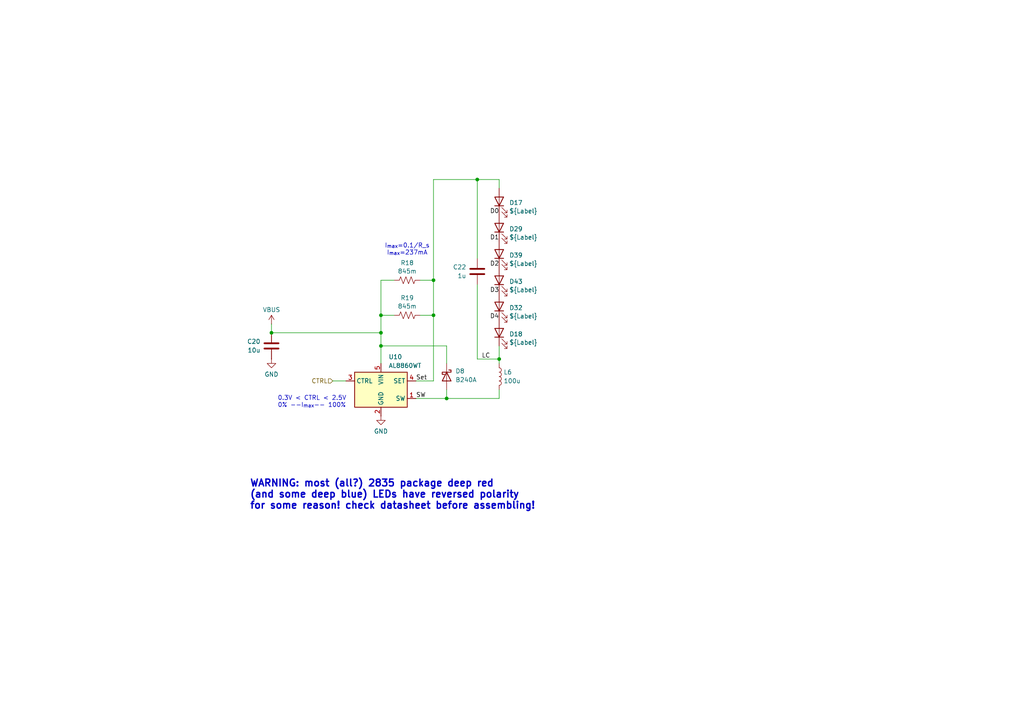
<source format=kicad_sch>
(kicad_sch (version 20250114) (generator "eeschema") (generator_version "9.0")
  (paper "A4")
  (lib_symbols
    (symbol "Device:C" (pin_numbers (hide yes)) (pin_names (offset 0.254))
      (property "Reference" "C" (at 0.635 2.54 0))
      (property "Value" "C" (at 0.635 -2.54 0))
      (symbol "C_0_1"
        (polyline (pts (xy -2.032 0.762) (xy 2.032 0.762)) (stroke (width 0.508)))
        (polyline (pts (xy -2.032 -0.762) (xy 2.032 -0.762)) (stroke (width 0.508)))
      )
      (symbol "C_1_1"
        (pin passive line (at 0 3.81 270) (length 2.794) (name "~") (number "1"))
        (pin passive line (at 0 -3.81 90) (length 2.794) (name "~") (number "2"))
      )
    )
    (symbol "Device:L" (pin_numbers (hide yes)) (pin_names (offset 1.016) (hide yes))
      (property "Reference" "L" (at -1.27 0 90))
      (property "Value" "L" (at 1.905 0 90))
      (symbol "L_0_1"
        (arc (start 0 2.54) (mid 0.6323 1.905) (end 0 1.27))
        (arc (start 0 1.27) (mid 0.6323 0.635) (end 0 0))
        (arc (start 0 0) (mid 0.6323 -0.635) (end 0 -1.27))
        (arc (start 0 -1.27) (mid 0.6323 -1.905) (end 0 -2.54))
      )
      (symbol "L_1_1"
        (pin passive line (at 0 3.81 270) (length 1.27) (name "1") (number "1"))
        (pin passive line (at 0 -3.81 90) (length 1.27) (name "2") (number "2"))
      )
    )
    (symbol "Device:LED" (pin_numbers (hide yes)) (pin_names (offset 1.016) (hide yes))
      (property "Reference" "D" (at 0 2.54 0))
      (property "Value" "LED" (at 0 -2.54 0))
      (symbol "LED_0_1"
        (polyline (pts (xy -3.048 -0.762) (xy -4.572 -2.286) (xy -3.81 -2.286) (xy -4.572 -2.286) (xy -4.572 -1.524)))
        (polyline (pts (xy -1.778 -0.762) (xy -3.302 -2.286) (xy -2.54 -2.286) (xy -3.302 -2.286) (xy -3.302 -1.524)))
        (polyline (pts (xy -1.27 0) (xy 1.27 0)))
        (polyline (pts (xy -1.27 -1.27) (xy -1.27 1.27)) (stroke (width 0.254)))
        (polyline (pts (xy 1.27 -1.27) (xy 1.27 1.27) (xy -1.27 0) (xy 1.27 -1.27)) (stroke (width 0.254)))
      )
      (symbol "LED_1_1"
        (pin passive line (at -3.81 0 0) (length 2.54) (name "K") (number "1"))
        (pin passive line (at 3.81 0 180) (length 2.54) (name "A") (number "2"))
      )
    )
    (symbol "Device:R_US" (pin_numbers (hide yes)) (pin_names (offset 0))
      (property "Reference" "R" (at 2.54 0 90))
      (property "Value" "R_US" (at -2.54 0 90))
      (symbol "R_US_0_1"
        (polyline (pts (xy 0 2.286) (xy 0 2.54)))
        (polyline (pts (xy 0 2.286) (xy 1.016 1.905) (xy 0 1.524) (xy -1.016 1.143) (xy 0 0.762)))
        (polyline (pts (xy 0 0.762) (xy 1.016 0.381) (xy 0 0) (xy -1.016 -0.381) (xy 0 -0.762)))
        (polyline (pts (xy 0 -0.762) (xy 1.016 -1.143) (xy 0 -1.524) (xy -1.016 -1.905) (xy 0 -2.286)))
        (polyline (pts (xy 0 -2.286) (xy 0 -2.54)))
      )
      (symbol "R_US_1_1"
        (pin passive line (at 0 3.81 270) (length 1.27) (name "~") (number "1"))
        (pin passive line (at 0 -3.81 90) (length 1.27) (name "~") (number "2"))
      )
    )
    (symbol "Diode:MBRA340" (pin_numbers (hide yes)) (pin_names (hide yes))
      (property "Reference" "D" (at 0 2.54 0))
      (property "Value" "MBRA340" (at 0 -2.54 0))
      (symbol "MBRA340_0_1"
        (polyline (pts (xy -1.905 0.635) (xy -1.905 1.27) (xy -1.27 1.27) (xy -1.27 -1.27) (xy -0.635 -1.27) (xy -0.635 -0.635)) (stroke (width 0.254)))
        (polyline (pts (xy 1.27 1.27) (xy 1.27 -1.27) (xy -1.27 0) (xy 1.27 1.27)) (stroke (width 0.254)))
        (polyline (pts (xy 1.27 0) (xy -1.27 0)))
      )
      (symbol "MBRA340_1_1"
        (pin passive line (at -3.81 0 0) (length 2.54) (name "K") (number "1"))
        (pin passive line (at 3.81 0 180) (length 2.54) (name "A") (number "2"))
      )
    )
    (symbol "Driver_LED:AL8860WT"
      (property "Reference" "U" (at -6.35 6.35 0))
      (property "Value" "AL8860WT" (at 7.62 6.35 0))
      (symbol "AL8860WT_0_1"
        (rectangle (start -7.62 5.08) (end 7.62 -5.08) (stroke (width 0.254)) (fill (type background)))
      )
      (symbol "AL8860WT_1_1"
        (pin input line (at -10.16 2.54 0) (length 2.54) (name "CTRL") (number "3"))
        (pin power_in line (at 0 7.62 270) (length 2.54) (name "VIN") (number "5"))
        (pin power_in line (at 0 -7.62 90) (length 2.54) (name "GND") (number "2"))
        (pin input line (at 10.16 2.54 180) (length 2.54) (name "SET") (number "4"))
        (pin open_collector line (at 10.16 -2.54 180) (length 2.54) (name "SW") (number "1"))
      )
    )
    (symbol "power:GND" (power) (pin_numbers (hide yes)) (pin_names (offset 0) (hide yes))
      (property "Value" "GND" (at 0 -3.81 0))
      (symbol "GND_0_1"
        (polyline (pts (xy 0 0) (xy 0 -1.27) (xy 1.27 -1.27) (xy 0 -2.54) (xy -1.27 -1.27) (xy 0 -1.27)))
      )
      (symbol "GND_1_1"
        (pin power_in line (at 0 0 270) (length 0) (name "~") (number "1"))
      )
    )
    (symbol "power:VBUS" (power) (pin_numbers (hide yes)) (pin_names (offset 0) (hide yes))
      (property "Value" "VBUS" (at 0 3.556 0))
      (symbol "VBUS_0_1"
        (polyline (pts (xy -0.762 1.27) (xy 0 2.54)))
        (polyline (pts (xy 0 2.54) (xy 0.762 1.27)))
        (polyline (pts (xy 0 0) (xy 0 2.54)))
      )
      (symbol "VBUS_1_1"
        (pin power_in line (at 0 0 90) (length 0) (name "~") (number "1"))
      )
    )
  )
  (text "0.3V < CTRL < 2.5V\n0% --I_{max}-- 100%" (at 80.518 116.586 0) (effects (font (size 1.27 1.27)) (justify left)))
  (text "WARNING: most (all?) 2835 package deep red \n(and some deep blue) LEDs have reversed polarity \nfor some reason! check datasheet before assembling!" (at 72.39 143.51 0) (effects (font (size 2 2) (thickness 0.4) (bold yes)) (justify left)))
  (text "I_{max}=0.1/R_s\nI_{max}=237mA" (at 118.11 72.39 0) (effects (font (size 1.27 1.27))))
  (junction (at 110.49 100.33))
  (junction (at 144.78 104.14))
  (junction (at 129.54 115.57))
  (junction (at 125.73 81.28))
  (junction (at 125.73 91.44))
  (junction (at 110.49 96.52))
  (junction (at 110.49 91.44))
  (junction (at 138.43 52.07))
  (junction (at 78.74 96.52))
  (wire (pts (xy 125.73 52.07) (xy 138.43 52.07)))
  (wire (pts (xy 125.73 81.28) (xy 125.73 91.44)))
  (wire (pts (xy 144.78 115.57) (xy 144.78 113.03)))
  (wire (pts (xy 110.49 81.28) (xy 114.3 81.28)))
  (wire (pts (xy 144.78 52.07) (xy 144.78 54.61)))
  (wire (pts (xy 120.65 110.49) (xy 125.73 110.49)))
  (wire (pts (xy 78.74 96.52) (xy 110.49 96.52)))
  (wire (pts (xy 125.73 91.44) (xy 125.73 110.49)))
  (wire (pts (xy 144.78 104.14) (xy 144.78 105.41)))
  (wire (pts (xy 144.78 115.57) (xy 129.54 115.57)))
  (wire (pts (xy 129.54 113.03) (xy 129.54 115.57)))
  (wire (pts (xy 138.43 52.07) (xy 138.43 74.93)))
  (wire (pts (xy 110.49 100.33) (xy 110.49 105.41)))
  (wire (pts (xy 144.78 100.33) (xy 144.78 104.14)))
  (wire (pts (xy 78.74 96.52) (xy 78.74 93.98)))
  (wire (pts (xy 110.49 81.28) (xy 110.49 91.44)))
  (wire (pts (xy 138.43 52.07) (xy 144.78 52.07)))
  (wire (pts (xy 96.52 110.49) (xy 100.33 110.49)))
  (wire (pts (xy 125.73 52.07) (xy 125.73 81.28)))
  (wire (pts (xy 121.92 91.44) (xy 125.73 91.44)))
  (wire (pts (xy 110.49 91.44) (xy 110.49 96.52)))
  (wire (pts (xy 129.54 105.41) (xy 129.54 100.33)))
  (wire (pts (xy 129.54 100.33) (xy 110.49 100.33)))
  (wire (pts (xy 110.49 96.52) (xy 110.49 100.33)))
  (wire (pts (xy 138.43 104.14) (xy 144.78 104.14)))
  (wire (pts (xy 138.43 82.55) (xy 138.43 104.14)))
  (wire (pts (xy 121.92 81.28) (xy 125.73 81.28)))
  (wire (pts (xy 120.65 115.57) (xy 129.54 115.57)))
  (wire (pts (xy 110.49 91.44) (xy 114.3 91.44)))
  (label "D3" (at 144.78 85.09 180))
  (label "SW" (at 120.65 115.57 0))
  (label "Set" (at 120.65 110.49 0))
  (label "LC" (at 139.7 104.14 0))
  (label "D0" (at 144.78 62.23 180))
  (label "D4" (at 144.78 92.71 180))
  (label "D2" (at 144.78 77.47 180))
  (label "D1" (at 144.78 69.85 180))
  (hierarchical_label "CTRL" (shape input) (at 96.52 110.49 180))
  (symbol (lib_id "power:GND") (at 78.74 104.14 0) (unit 1)
    (property "Reference" "#PWR029" (effects (hide yes)))
    (property "Value" "GND" (at 78.74 108.585 0))
    (property "Description" "Power symbol creates a global label with name \"GND\" , ground" (effects (hide yes)))
    (instances (project "backlight" (path "" (reference "#PWR038") (unit 1)) (path "" (reference "#PWR029") (unit 1)) (path "" (reference "#PWR046") (unit 1)) (path "" (reference "#PWR035") (unit 1)) (path "" (reference "#PWR045") (unit 1)) (path "" (reference "#PWR032") (unit 1))))
  )
  (symbol (lib_id "Device:C") (at 138.43 78.74 0) (mirror y) (unit 1)
    (property "Reference" "C18" (at 135.255 77.4699 0) (effects (justify left)))
    (property "Value" "1u" (at 135.255 80.0099 0) (effects (justify left)))
    (property "Footprint" "Capacitor_SMD:C_0603_1608Metric" (effects (hide yes)))
    (property "Description" "Unpolarized capacitor" (effects (hide yes)))
    (property "MPN" "Generic 1uF 50V X7R 0603 X7R" (effects (hide yes)))
    (instances (project "backlight" (path "" (reference "C22") (unit 1)) (path "" (reference "C18") (unit 1)) (path "" (reference "C14") (unit 1)) (path "" (reference "C15") (unit 1)) (path "" (reference "C9") (unit 1)) (path "" (reference "C19") (unit 1))))
  )
  (symbol (lib_id "Device:LED") (at 144.78 58.42 90) (unit 1)
    (property "Reference" "D5" (at 147.701 58.7953 90) (effects (justify right)))
    (property "Value" "${Label}" (at 147.701 61.2196 90) (effects (justify right)))
    (property "Footprint" "${LED_FP}" (effects (hide yes)))
    (property "Description" "Light emitting diode" (effects (hide yes)))
    (property "MPN" "${Part}" (effects (hide yes)))
    (property "Sim.Pins" "1=K 2=A" (effects (hide yes)))
    (instances (project "backlight" (path "" (reference "D17") (unit 1)) (path "" (reference "D5") (unit 1)) (path "" (reference "D16") (unit 1)) (path "" (reference "D10") (unit 1)) (path "" (reference "D11") (unit 1)) (path "" (reference "D15") (unit 1))))
  )
  (symbol (lib_id "Driver_LED:AL8860WT") (at 110.49 113.03 0) (unit 1)
    (property "Reference" "U9" (at 112.6841 103.505 0) (effects (justify left)))
    (property "Value" "AL8860WT" (at 112.6841 106.045 0) (effects (justify left)))
    (property "Footprint" "Package_TO_SOT_SMD:TSOT-23-5" (effects (hide yes)))
    (property "Datasheet" "https://www.diodes.com/assets/Datasheets/AL8860.pdf" (effects (hide yes)))
    (property "Description" "40V 1.5A Constant Current Buck LED Driver IC, TSOT-23-5" (effects (hide yes)))
    (property "MPN" "AL8860WT-7" (effects (hide yes)))
    (instances (project "backlight" (path "" (reference "U10") (unit 1)) (path "" (reference "U9") (unit 1)) (path "" (reference "U8") (unit 1)) (path "" (reference "U7") (unit 1)) (path "" (reference "U5") (unit 1)) (path "" (reference "U11") (unit 1))))
  )
  (symbol (lib_id "Device:R_US") (at 118.11 91.44 90) (unit 1)
    (property "Reference" "R14" (at 118.11 86.4065 90))
    (property "Value" "845m" (at 118.11 88.8308 90))
    (property "Footprint" "Resistor_SMD:R_1206_3216Metric" (effects (hide yes)))
    (property "Description" "Resistor, US symbol" (effects (hide yes)))
    (property "MPN" "Generic 845mΩ 1% 1206" (effects (hide yes)))
    (instances (project "backlight" (path "" (reference "R19") (unit 1)) (path "" (reference "R14") (unit 1)) (path "" (reference "R12") (unit 1)) (path "" (reference "R16") (unit 1)) (path "" (reference "R11") (unit 1)) (path "" (reference "R21") (unit 1))))
  )
  (symbol (lib_id "Device:LED") (at 144.78 73.66 90) (unit 1)
    (property "Reference" "D12" (at 147.701 74.0353 90) (effects (justify right)))
    (property "Value" "${Label}" (at 147.701 76.4596 90) (effects (justify right)))
    (property "Footprint" "${LED_FP}" (effects (hide yes)))
    (property "Description" "Light emitting diode" (effects (hide yes)))
    (property "MPN" "${Part}" (effects (hide yes)))
    (property "Sim.Pins" "1=K 2=A" (effects (hide yes)))
    (instances (project "backlight" (path "" (reference "D39") (unit 1)) (path "" (reference "D12") (unit 1)) (path "" (reference "D40") (unit 1)) (path "" (reference "D33") (unit 1)) (path "" (reference "D35") (unit 1)) (path "" (reference "D41") (unit 1))))
  )
  (symbol (lib_id "Device:R_US") (at 118.11 81.28 90) (unit 1)
    (property "Reference" "R13" (at 118.11 76.2465 90))
    (property "Value" "845m" (at 118.11 78.6708 90))
    (property "Footprint" "Resistor_SMD:R_1206_3216Metric" (effects (hide yes)))
    (property "Description" "Resistor, US symbol" (effects (hide yes)))
    (property "MPN" "Generic 845mΩ 1% 1206" (effects (hide yes)))
    (instances (project "backlight" (path "" (reference "R18") (unit 1)) (path "" (reference "R13") (unit 1)) (path "" (reference "R17") (unit 1)) (path "" (reference "R15") (unit 1)) (path "" (reference "R6") (unit 1)) (path "" (reference "R20") (unit 1))))
  )
  (symbol (lib_id "Device:C") (at 78.74 100.33 0) (mirror y) (unit 1)
    (property "Reference" "C17" (at 75.565 99.0599 0) (effects (justify left)))
    (property "Value" "10u" (at 75.565 101.5999 0) (effects (justify left)))
    (property "Footprint" "Capacitor_SMD:C_1210_3225Metric" (effects (hide yes)))
    (property "Description" "Unpolarized capacitor" (effects (hide yes)))
    (property "MPN" "Generic 10uF 50V X7R 1210" (effects (hide yes)))
    (instances (project "backlight" (path "" (reference "C20") (unit 1)) (path "" (reference "C17") (unit 1)) (path "" (reference "C16") (unit 1)) (path "" (reference "C12") (unit 1)) (path "" (reference "C10") (unit 1)) (path "" (reference "C21") (unit 1))))
  )
  (symbol (lib_id "power:GND") (at 110.49 120.65 0) (unit 1)
    (property "Reference" "#PWR030" (effects (hide yes)))
    (property "Value" "GND" (at 110.49 125.095 0))
    (property "Description" "Power symbol creates a global label with name \"GND\" , ground" (effects (hide yes)))
    (instances (project "backlight" (path "" (reference "#PWR039") (unit 1)) (path "" (reference "#PWR030") (unit 1)) (path "" (reference "#PWR048") (unit 1)) (path "" (reference "#PWR036") (unit 1)) (path "" (reference "#PWR047") (unit 1)) (path "" (reference "#PWR033") (unit 1))))
  )
  (symbol (lib_id "Device:LED") (at 144.78 66.04 90) (unit 1)
    (property "Reference" "D9" (at 147.701 66.4153 90) (effects (justify right)))
    (property "Value" "${Label}" (at 147.701 68.8396 90) (effects (justify right)))
    (property "Footprint" "${LED_FP}" (effects (hide yes)))
    (property "Description" "Light emitting diode" (effects (hide yes)))
    (property "MPN" "${Part}" (effects (hide yes)))
    (property "Sim.Pins" "1=K 2=A" (effects (hide yes)))
    (instances (project "backlight" (path "" (reference "D29") (unit 1)) (path "" (reference "D9") (unit 1)) (path "" (reference "D28") (unit 1)) (path "" (reference "D22") (unit 1)) (path "" (reference "D23") (unit 1)) (path "" (reference "D27") (unit 1))))
  )
  (symbol (lib_id "power:VBUS") (at 78.74 93.98 0) (unit 1)
    (property "Reference" "#PWR06" (effects (hide yes)))
    (property "Value" "VBUS" (at 78.74 89.8469 0))
    (property "Description" "Power symbol creates a global label with name \"VBUS\"" (effects (hide yes)))
    (instances (project "" (path "" (reference "#PWR09") (unit 1)) (path "" (reference "#PWR06") (unit 1)) (path "" (reference "#PWR011") (unit 1)) (path "" (reference "#PWR08") (unit 1)) (path "" (reference "#PWR010") (unit 1)) (path "" (reference "#PWR07") (unit 1))))
  )
  (symbol (lib_id "Device:LED") (at 144.78 81.28 90) (unit 1)
    (property "Reference" "D38" (at 147.701 81.6553 90) (effects (justify right)))
    (property "Value" "${Label}" (at 147.701 84.0796 90) (effects (justify right)))
    (property "Footprint" "${LED_FP}" (effects (hide yes)))
    (property "Description" "Light emitting diode" (effects (hide yes)))
    (property "MPN" "${Part}" (effects (hide yes)))
    (property "Sim.Pins" "1=K 2=A" (effects (hide yes)))
    (instances (project "backlight" (path "" (reference "D43") (unit 1)) (path "" (reference "D38") (unit 1)) (path "" (reference "D42") (unit 1)) (path "" (reference "D37") (unit 1)) (path "" (reference "D36") (unit 1)) (path "" (reference "D44") (unit 1))))
  )
  (symbol (lib_id "Diode:MBRA340") (at 129.54 109.22 270) (unit 1)
    (property "Reference" "D21" (at 132.08 107.6324 90) (effects (justify left)))
    (property "Value" "B240A" (at 132.08 110.1724 90) (effects (justify left)))
    (property "Footprint" "Diode_SMD:D_SMA" (effects (hide yes)))
    (property "Datasheet" "https://www.onsemi.com/pub/Collateral/MBRA340T3-D.PDF" (effects (hide yes)))
    (property "Description" "40V 3A Schottky Barrier Rectifier Diode, SMA(DO-214AC)" (effects (hide yes)))
    (property "MPN" "B240A-13-F" (effects (hide yes)))
    (instances (project "backlight" (path "" (reference "D8") (unit 1)) (path "" (reference "D21") (unit 1)) (path "" (reference "D6") (unit 1)) (path "" (reference "D4") (unit 1)) (path "" (reference "D3") (unit 1)) (path "" (reference "D7") (unit 1))))
  )
  (symbol (lib_id "Device:LED") (at 144.78 88.9 90) (unit 1)
    (property "Reference" "D34" (at 147.701 89.2753 90) (effects (justify right)))
    (property "Value" "${Label}" (at 147.701 91.6996 90) (effects (justify right)))
    (property "Footprint" "${LED_FP}" (effects (hide yes)))
    (property "Description" "Light emitting diode" (effects (hide yes)))
    (property "MPN" "${Part}" (effects (hide yes)))
    (property "Sim.Pins" "1=K 2=A" (effects (hide yes)))
    (instances (project "backlight" (path "" (reference "D32") (unit 1)) (path "" (reference "D34") (unit 1)) (path "" (reference "D30") (unit 1)) (path "" (reference "D25") (unit 1)) (path "" (reference "D26") (unit 1)) (path "" (reference "D31") (unit 1))))
  )
  (symbol (lib_id "Device:LED") (at 144.78 96.52 90) (unit 1)
    (property "Reference" "D24" (at 147.701 96.8953 90) (effects (justify right)))
    (property "Value" "${Label}" (at 147.701 99.3196 90) (effects (justify right)))
    (property "Footprint" "${LED_FP}" (effects (hide yes)))
    (property "Description" "Light emitting diode" (effects (hide yes)))
    (property "MPN" "${Part}" (effects (hide yes)))
    (property "Sim.Pins" "1=K 2=A" (effects (hide yes)))
    (instances (project "backlight" (path "" (reference "D18") (unit 1)) (path "" (reference "D24") (unit 1)) (path "" (reference "D19") (unit 1)) (path "" (reference "D13") (unit 1)) (path "" (reference "D14") (unit 1)) (path "" (reference "D20") (unit 1))))
  )
  (symbol (lib_id "Device:L") (at 144.78 109.22 0) (unit 1)
    (property "Reference" "L3" (at 146.05 107.9499 0) (effects (justify left)))
    (property "Value" "100u" (at 146.05 110.4899 0) (effects (justify left)))
    (property "Footprint" "Inductor_SMD:L_Bourns_SRN8040TA" (effects (hide yes)))
    (property "Description" "Inductor" (effects (hide yes)))
    (property "MPN" "HPC 8040NV-101M " (effects (hide yes)))
    (instances (project "backlight" (path "" (reference "L6") (unit 1)) (path "" (reference "L3") (unit 1)) (path "" (reference "L4") (unit 1)) (path "" (reference "L2") (unit 1)) (path "" (reference "L1") (unit 1)) (path "" (reference "L5") (unit 1))))
  )
)
</source>
